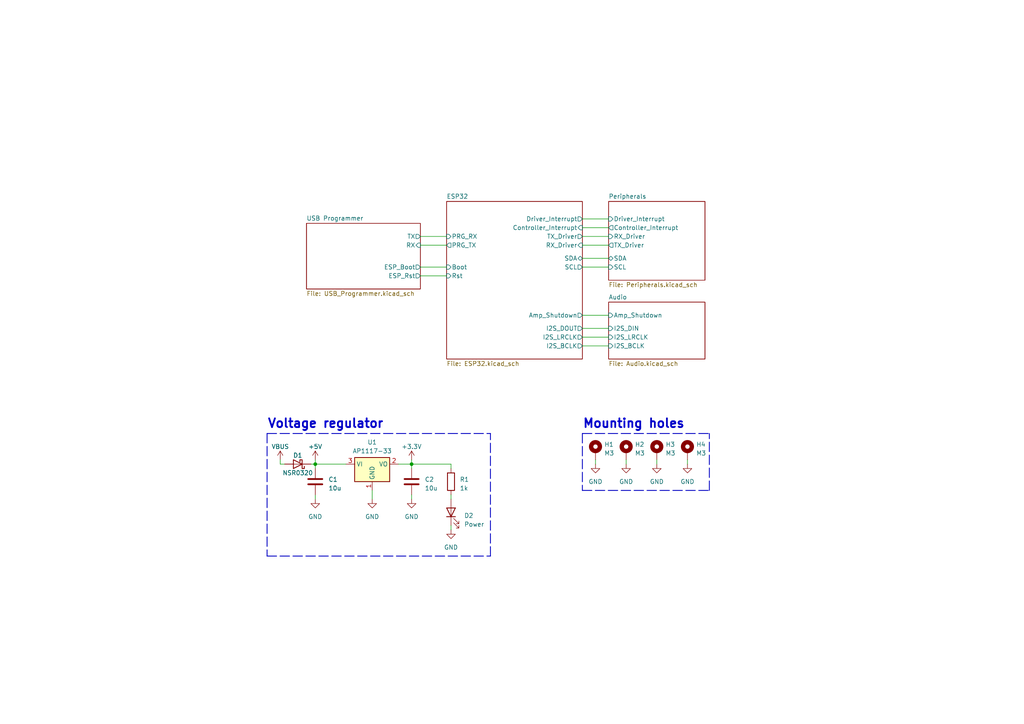
<source format=kicad_sch>
(kicad_sch (version 20230121) (generator eeschema)
  (paper "A4")
  (lib_symbols
    (symbol "Device:C" (pin_numbers hide) (pin_names (offset 0.254))
      (property "Reference" "C" (at 0.635 2.54 0))
      (property "Value" "C" (at 0.635 -2.54 0))
      (symbol "C_0_1"
        (polyline (pts (xy -2.032 -0.762) (xy 2.032 -0.762)) (stroke (width 0.508)))
        (polyline (pts (xy -2.032 0.762) (xy 2.032 0.762)) (stroke (width 0.508)))
      )
      (symbol "C_1_1"
        (pin passive line (at 0 3.81 270) (length 2.794) (name "~") (number "1"))
        (pin passive line (at 0 -3.81 90) (length 2.794) (name "~") (number "2"))
      )
    )
    (symbol "Device:D_Schottky" (pin_numbers hide) (pin_names (offset 1.016) hide)
      (property "Reference" "D" (at 0 2.54 0))
      (property "Value" "D_Schottky" (at 0 -2.54 0))
      (symbol "D_Schottky_0_1"
        (polyline (pts (xy 1.27 0) (xy -1.27 0)))
        (polyline (pts (xy 1.27 1.27) (xy 1.27 -1.27) (xy -1.27 0) (xy 1.27 1.27)) (stroke (width 0.254)))
        (polyline (pts (xy -1.905 0.635) (xy -1.905 1.27) (xy -1.27 1.27) (xy -1.27 -1.27) (xy -0.635 -1.27) (xy -0.635 -0.635)) (stroke (width 0.254)))
      )
      (symbol "D_Schottky_1_1"
        (pin passive line (at -3.81 0 0) (length 2.54) (name "K") (number "1"))
        (pin passive line (at 3.81 0 180) (length 2.54) (name "A") (number "2"))
      )
    )
    (symbol "Device:LED" (pin_numbers hide) (pin_names (offset 1.016) hide)
      (property "Reference" "D" (at 0 2.54 0))
      (property "Value" "LED" (at 0 -2.54 0))
      (symbol "LED_0_1"
        (polyline (pts (xy -1.27 -1.27) (xy -1.27 1.27)) (stroke (width 0.254)))
        (polyline (pts (xy -1.27 0) (xy 1.27 0)))
        (polyline (pts (xy 1.27 -1.27) (xy 1.27 1.27) (xy -1.27 0) (xy 1.27 -1.27)) (stroke (width 0.254)))
        (polyline (pts (xy -3.048 -0.762) (xy -4.572 -2.286) (xy -3.81 -2.286) (xy -4.572 -2.286) (xy -4.572 -1.524)))
        (polyline (pts (xy -1.778 -0.762) (xy -3.302 -2.286) (xy -2.54 -2.286) (xy -3.302 -2.286) (xy -3.302 -1.524)))
      )
      (symbol "LED_1_1"
        (pin passive line (at -3.81 0 0) (length 2.54) (name "K") (number "1"))
        (pin passive line (at 3.81 0 180) (length 2.54) (name "A") (number "2"))
      )
    )
    (symbol "Device:R" (pin_numbers hide) (pin_names (offset 0))
      (property "Reference" "R" (at 2.032 0 90))
      (property "Value" "R" (at 0 0 90))
      (symbol "R_0_1"
        (rectangle (start -1.016 -2.54) (end 1.016 2.54) (stroke (width 0.254)))
      )
      (symbol "R_1_1"
        (pin passive line (at 0 3.81 270) (length 1.27) (name "~") (number "1"))
        (pin passive line (at 0 -3.81 90) (length 1.27) (name "~") (number "2"))
      )
    )
    (symbol "Mechanical:MountingHole_Pad" (pin_numbers hide) (pin_names (offset 1.016) hide)
      (property "Reference" "H" (at 0 6.35 0))
      (property "Value" "MountingHole_Pad" (at 0 4.445 0))
      (symbol "MountingHole_Pad_0_1"
        (circle (center 0 1.27) (radius 1.27) (stroke (width 1.27)))
      )
      (symbol "MountingHole_Pad_1_1"
        (pin input line (at 0 -2.54 90) (length 2.54) (name "1") (number "1"))
      )
    )
    (symbol "Regulator_Linear:AP1117-33"
      (property "Reference" "U" (at -3.81 3.175 0))
      (property "Value" "AP1117-33" (at 0 3.175 0))
      (symbol "AP1117-33_0_1"
        (rectangle (start -5.08 -5.08) (end 5.08 1.905) (stroke (width 0.254)) (fill (type background)))
      )
      (symbol "AP1117-33_1_1"
        (pin power_in line (at 0 -7.62 90) (length 2.54) (name "GND") (number "1"))
        (pin power_out line (at 7.62 0 180) (length 2.54) (name "VO") (number "2"))
        (pin power_in line (at -7.62 0 0) (length 2.54) (name "VI") (number "3"))
      )
    )
    (symbol "power:+3.3V" (power) (pin_names (offset 0))
      (property "Value" "+3.3V" (at 0 3.556 0))
      (symbol "+3.3V_0_1"
        (polyline (pts (xy -0.762 1.27) (xy 0 2.54)))
        (polyline (pts (xy 0 0) (xy 0 2.54)))
        (polyline (pts (xy 0 2.54) (xy 0.762 1.27)))
      )
      (symbol "+3.3V_1_1"
        (pin power_in line (at 0 0 90) (length 0) hide (name "+3.3V") (number "1"))
      )
    )
    (symbol "power:+5V" (power) (pin_names (offset 0))
      (property "Value" "+5V" (at 0 3.556 0))
      (symbol "+5V_0_1"
        (polyline (pts (xy -0.762 1.27) (xy 0 2.54)))
        (polyline (pts (xy 0 0) (xy 0 2.54)))
        (polyline (pts (xy 0 2.54) (xy 0.762 1.27)))
      )
      (symbol "+5V_1_1"
        (pin power_in line (at 0 0 90) (length 0) hide (name "+5V") (number "1"))
      )
    )
    (symbol "power:GND" (power) (pin_names (offset 0))
      (property "Value" "GND" (at 0 -3.81 0))
      (symbol "GND_0_1"
        (polyline (pts (xy 0 0) (xy 0 -1.27) (xy 1.27 -1.27) (xy 0 -2.54) (xy -1.27 -1.27) (xy 0 -1.27)))
      )
      (symbol "GND_1_1"
        (pin power_in line (at 0 0 270) (length 0) hide (name "GND") (number "1"))
      )
    )
    (symbol "power:VBUS" (power) (pin_names (offset 0))
      (property "Value" "VBUS" (at 0 3.81 0))
      (symbol "VBUS_0_1"
        (polyline (pts (xy -0.762 1.27) (xy 0 2.54)))
        (polyline (pts (xy 0 0) (xy 0 2.54)))
        (polyline (pts (xy 0 2.54) (xy 0.762 1.27)))
      )
      (symbol "VBUS_1_1"
        (pin power_in line (at 0 0 90) (length 0) hide (name "VBUS") (number "1"))
      )
    )
  )
  (junction (at 91.44 134.62))
  (junction (at 119.38 134.62))
  (polyline (pts (xy 77.47 125.73) (xy 142.24 125.73)) (stroke (width 0.25) (type dash)))
  (wire (pts (xy 168.91 97.79) (xy 176.53 97.79)))
  (wire (pts (xy 190.5 133.35) (xy 190.5 134.62)))
  (wire (pts (xy 168.91 74.93) (xy 176.53 74.93)))
  (polyline (pts (xy 77.47 161.29) (xy 142.24 161.29)) (stroke (width 0.25) (type dash)))
  (wire (pts (xy 130.81 152.4) (xy 130.81 153.67)))
  (polyline (pts (xy 168.91 142.24) (xy 205.74 142.24)) (stroke (width 0.25) (type dash)))
  (wire (pts (xy 168.91 68.58) (xy 176.53 68.58)))
  (wire (pts (xy 119.38 143.51) (xy 119.38 144.78)))
  (wire (pts (xy 121.92 71.12) (xy 129.54 71.12)))
  (polyline (pts (xy 77.47 125.73) (xy 77.47 161.29)) (stroke (width 0.25) (type dash)))
  (wire (pts (xy 91.44 134.62) (xy 91.44 133.35)))
  (wire (pts (xy 119.38 134.62) (xy 119.38 133.35)))
  (wire (pts (xy 121.92 77.47) (xy 129.54 77.47)))
  (wire (pts (xy 121.92 68.58) (xy 129.54 68.58)))
  (wire (pts (xy 115.57 134.62) (xy 119.38 134.62)))
  (polyline (pts (xy 205.74 142.24) (xy 205.74 125.73)) (stroke (width 0.25) (type dash)))
  (wire (pts (xy 100.33 134.62) (xy 91.44 134.62)))
  (wire (pts (xy 168.91 95.25) (xy 176.53 95.25)))
  (wire (pts (xy 107.95 142.24) (xy 107.95 144.78)))
  (wire (pts (xy 172.72 133.35) (xy 172.72 134.62)))
  (polyline (pts (xy 168.91 125.73) (xy 168.91 142.24)) (stroke (width 0.25) (type dash)))
  (wire (pts (xy 168.91 71.12) (xy 176.53 71.12)))
  (wire (pts (xy 81.28 133.35) (xy 81.28 134.62)))
  (wire (pts (xy 119.38 134.62) (xy 130.81 134.62)))
  (wire (pts (xy 130.81 135.89) (xy 130.81 134.62)))
  (wire (pts (xy 168.91 77.47) (xy 176.53 77.47)))
  (wire (pts (xy 168.91 63.5) (xy 176.53 63.5)))
  (wire (pts (xy 168.91 91.44) (xy 176.53 91.44)))
  (wire (pts (xy 168.91 66.04) (xy 176.53 66.04)))
  (wire (pts (xy 90.17 134.62) (xy 91.44 134.62)))
  (wire (pts (xy 130.81 143.51) (xy 130.81 144.78)))
  (polyline (pts (xy 142.24 161.29) (xy 142.24 125.73)) (stroke (width 0.25) (type dash)))
  (wire (pts (xy 81.28 134.62) (xy 82.55 134.62)))
  (wire (pts (xy 119.38 134.62) (xy 119.38 135.89)))
  (polyline (pts (xy 168.91 125.73) (xy 205.74 125.73)) (stroke (width 0.25) (type dash)))
  (wire (pts (xy 91.44 143.51) (xy 91.44 144.78)))
  (wire (pts (xy 168.91 100.33) (xy 176.53 100.33)))
  (wire (pts (xy 199.39 133.35) (xy 199.39 134.62)))
  (wire (pts (xy 91.44 134.62) (xy 91.44 135.89)))
  (wire (pts (xy 181.61 133.35) (xy 181.61 134.62)))
  (wire (pts (xy 121.92 80.01) (xy 129.54 80.01)))
  (text "Voltage regulator" (at 77.47 124.46 0) (effects (font (size 2.54 2.54) bold) (justify left bottom)))
  (text "Mounting holes" (at 168.91 124.46 0) (effects (font (size 2.54 2.54) bold) (justify left bottom)))
  (symbol (lib_id "power:GND") (at 91.44 144.78 0) (unit 1)
    (property "Reference" "#PWR03" (effects hide))
    (property "Value" "GND" (at 91.44 149.86 0))
  )
  (symbol (lib_id "power:GND") (at 119.38 144.78 0) (unit 1)
    (property "Reference" "#PWR06" (effects hide))
    (property "Value" "GND" (at 119.38 149.86 0))
  )
  (symbol (lib_id "power:+5V") (at 91.44 133.35 0) (unit 1)
    (property "Reference" "#PWR02" (effects hide))
    (property "Value" "+5V" (at 91.44 129.54 0))
  )
  (symbol (lib_id "Mechanical:MountingHole_Pad") (at 172.72 130.81 0) (unit 1)
    (property "Reference" "H1" (at 175.26 128.905 0) (effects (justify left)))
    (property "Value" "M3" (at 175.26 131.445 0) (effects (justify left)))
    (property "Footprint" "MountingHole:MountingHole_3.2mm_M3_Pad_Via" (effects hide))
  )
  (symbol (lib_id "power:VBUS") (at 81.28 133.35 0) (unit 1)
    (property "Reference" "#PWR01" (effects hide))
    (property "Value" "VBUS" (at 81.28 129.54 0))
  )
  (symbol (lib_id "Mechanical:MountingHole_Pad") (at 199.39 130.81 0) (unit 1)
    (property "Reference" "H4" (at 201.93 128.905 0) (effects (justify left)))
    (property "Value" "M3" (at 201.93 131.445 0) (effects (justify left)))
    (property "Footprint" "MountingHole:MountingHole_3.2mm_M3_Pad_Via" (effects hide))
  )
  (symbol (lib_id "power:GND") (at 181.61 134.62 0) (unit 1)
    (property "Reference" "#PWR09" (effects hide))
    (property "Value" "GND" (at 181.61 139.7 0))
  )
  (symbol (lib_id "Device:LED") (at 130.81 148.59 90) (unit 1)
    (property "Reference" "D2" (at 134.62 149.5425 90) (effects (justify right)))
    (property "Value" "Power" (at 134.62 152.0825 90) (effects (justify right)))
    (property "Footprint" "LED_SMD:LED_0805_2012Metric" (effects hide))
  )
  (symbol (lib_id "Device:C") (at 119.38 139.7 180) (unit 1)
    (property "Reference" "C2" (at 123.19 139.065 0) (effects (justify right)))
    (property "Value" "10u" (at 123.19 141.605 0) (effects (justify right)))
    (property "Footprint" "Capacitor_SMD:C_0805_2012Metric" (effects hide))
  )
  (symbol (lib_id "power:+3.3V") (at 119.38 133.35 0) (unit 1)
    (property "Reference" "#PWR05" (effects hide))
    (property "Value" "+3.3V" (at 119.38 129.54 0))
  )
  (symbol (lib_id "Regulator_Linear:AP1117-33") (at 107.95 134.62 0) (unit 1)
    (property "Reference" "U1" (at 107.95 128.27 0))
    (property "Value" "AP1117-33" (at 107.95 130.81 0))
    (property "Footprint" "Package_TO_SOT_SMD:SOT-223-3_TabPin2" (effects hide))
    (property "DigiKey" "AZ1117IH-3.3TRG1DICT-ND" (effects hide))
  )
  (symbol (lib_id "power:GND") (at 172.72 134.62 0) (unit 1)
    (property "Reference" "#PWR08" (effects hide))
    (property "Value" "GND" (at 172.72 139.7 0))
  )
  (symbol (lib_id "Device:C") (at 91.44 139.7 180) (unit 1)
    (property "Reference" "C1" (at 95.25 139.065 0) (effects (justify right)))
    (property "Value" "10u" (at 95.25 141.605 0) (effects (justify right)))
    (property "Footprint" "Capacitor_SMD:C_0805_2012Metric" (effects hide))
  )
  (symbol (lib_id "power:GND") (at 199.39 134.62 0) (unit 1)
    (property "Reference" "#PWR011" (effects hide))
    (property "Value" "GND" (at 199.39 139.7 0))
  )
  (symbol (lib_id "power:GND") (at 107.95 144.78 0) (unit 1)
    (property "Reference" "#PWR04" (effects hide))
    (property "Value" "GND" (at 107.95 149.86 0))
  )
  (symbol (lib_id "Mechanical:MountingHole_Pad") (at 181.61 130.81 0) (unit 1)
    (property "Reference" "H2" (at 184.15 128.905 0) (effects (justify left)))
    (property "Value" "M3" (at 184.15 131.445 0) (effects (justify left)))
    (property "Footprint" "MountingHole:MountingHole_3.2mm_M3_Pad_Via" (effects hide))
  )
  (symbol (lib_id "Device:D_Schottky") (at 86.36 134.62 180) (unit 1)
    (property "Reference" "D1" (at 86.36 132.08 0))
    (property "Value" "NSR0320" (at 86.36 137.16 0))
    (property "Footprint" "Diode_SMD:D_SOD-323" (effects hide))
    (property "DigiKey" "NSR0320MW2T3GOSCT-ND" (effects hide))
  )
  (symbol (lib_id "Mechanical:MountingHole_Pad") (at 190.5 130.81 0) (unit 1)
    (property "Reference" "H3" (at 193.04 128.905 0) (effects (justify left)))
    (property "Value" "M3" (at 193.04 131.445 0) (effects (justify left)))
    (property "Footprint" "MountingHole:MountingHole_3.2mm_M3_Pad_Via" (effects hide))
  )
  (symbol (lib_id "power:GND") (at 190.5 134.62 0) (unit 1)
    (property "Reference" "#PWR010" (effects hide))
    (property "Value" "GND" (at 190.5 139.7 0))
  )
  (symbol (lib_id "power:GND") (at 130.81 153.67 0) (unit 1)
    (property "Reference" "#PWR07" (effects hide))
    (property "Value" "GND" (at 130.81 158.75 0))
  )
  (symbol (lib_id "Device:R") (at 130.81 139.7 0) (unit 1)
    (property "Reference" "R1" (at 133.35 139.065 0) (effects (justify left)))
    (property "Value" "1k" (at 133.35 141.605 0) (effects (justify left)))
    (property "Footprint" "Resistor_SMD:R_0805_2012Metric" (effects hide))
  )
  (sheet (at 176.53 87.63) (size 27.94 16.51) (stroke (width 0.1524))
    (property "Sheetname" "Audio" (at 176.53 86.9184 0) (effects (justify left bottom)))
    (property "Sheetfile" "Audio.kicad_sch" (at 176.53 104.7246 0) (effects (justify left top)))
    (pin "Amp_Shutdown" input (at 176.53 91.44 180))
    (pin "I2S_DIN" input (at 176.53 95.25 180))
    (pin "I2S_LRCLK" input (at 176.53 97.79 180))
    (pin "I2S_BCLK" input (at 176.53 100.33 180))
  )
  (sheet (at 88.9 64.77) (size 33.02 19.05) (stroke (width 0.1524))
    (property "Sheetname" "USB Programmer" (at 88.9 64.0584 0) (effects (justify left bottom)))
    (property "Sheetfile" "USB_Programmer.kicad_sch" (at 88.9 84.4046 0) (effects (justify left top)))
    (pin "ESP_Rst" output (at 121.92 80.01 0))
    (pin "ESP_Boot" output (at 121.92 77.47 0))
    (pin "TX" output (at 121.92 68.58 0))
    (pin "RX" input (at 121.92 71.12 0))
  )
  (sheet (at 176.53 58.42) (size 27.94 22.86) (stroke (width 0.1524))
    (property "Sheetname" "Peripherals" (at 176.53 57.7084 0) (effects (justify left bottom)))
    (property "Sheetfile" "Peripherals.kicad_sch" (at 176.53 81.8646 0) (effects (justify left top)))
    (pin "TX_Driver" output (at 176.53 71.12 180))
    (pin "RX_Driver" input (at 176.53 68.58 180))
    (pin "SCL" input (at 176.53 77.47 180))
    (pin "SDA" bidirectional (at 176.53 74.93 180))
    (pin "Controller_Interrupt" output (at 176.53 66.04 180))
    (pin "Driver_Interrupt" input (at 176.53 63.5 180))
  )
  (sheet (at 129.54 58.42) (size 39.37 45.72) (stroke (width 0.1524))
    (property "Sheetname" "ESP32" (at 129.54 57.7084 0) (effects (justify left bottom)))
    (property "Sheetfile" "ESP32.kicad_sch" (at 129.54 104.7246 0) (effects (justify left top)))
    (pin "SCL" output (at 168.91 77.47 0))
    (pin "RX_Driver" input (at 168.91 71.12 0))
    (pin "TX_Driver" output (at 168.91 68.58 0))
    (pin "Boot" input (at 129.54 77.47 180))
    (pin "Rst" input (at 129.54 80.01 180))
    (pin "PRG_TX" output (at 129.54 71.12 180))
    (pin "PRG_RX" input (at 129.54 68.58 180))
    (pin "SDA" bidirectional (at 168.91 74.93 0))
    (pin "I2S_BCLK" output (at 168.91 100.33 0))
    (pin "I2S_LRCLK" output (at 168.91 97.79 0))
    (pin "Amp_Shutdown" output (at 168.91 91.44 0))
    (pin "I2S_DOUT" output (at 168.91 95.25 0))
    (pin "Controller_Interrupt" input (at 168.91 66.04 0))
    (pin "Driver_Interrupt" output (at 168.91 63.5 0))
  )
)
</source>
